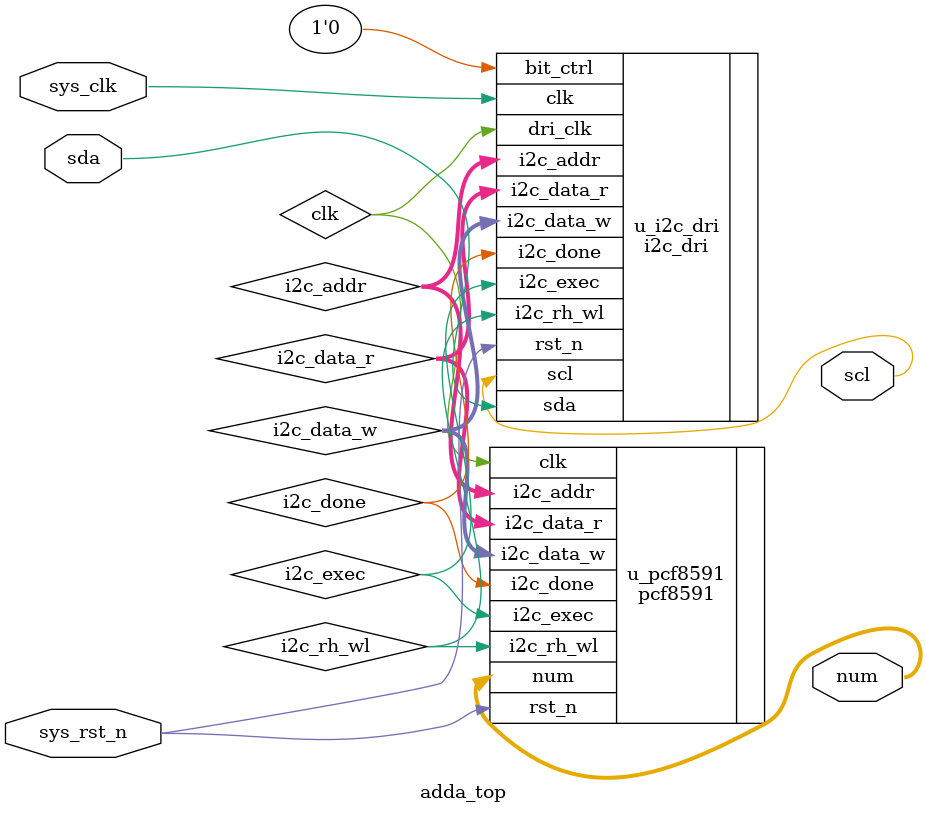
<source format=v>
module adda_top(
    
    input                sys_clk    ,    // 系统时钟
    input                sys_rst_n  ,    // 系统复位

    output               scl        ,    // i2c时钟线
    inout                sda        ,    // i2c数据线

	 output [19:0] num
);

//parameter define
parameter    SLAVE_ADDR =  7'h48        ; 
parameter    BIT_CTRL   =  1'b0         ; 
parameter    CLK_FREQ   = 26'd50_000_000; 
parameter    I2C_FREQ   = 18'd250_000   ; 
parameter    POINT      = 6'b00_1000    ; 
wire           clk       ;                // I2C操作时钟
wire           i2c_exec  ;                // i2c触发控制
wire   [15:0]  i2c_addr  ;                // i2c操作地址
wire   [ 7:0]  i2c_data_w;                // i2c写入的数据
wire           i2c_done  ;                // i2c操作结束标志
wire           i2c_rh_wl ;                // i2c读写控制
wire   [ 7:0]  i2c_data_r;                // i2c读出的数据
//wire    [19:0]  num       ;                // 电压的大小

//*****************************************************
//**                    main code
//*****************************************************

//例化AD/DA模块
pcf8591 u_pcf8591(
    //global clock
    .clk         (clk       ),            // 时钟信号
    .rst_n       (sys_rst_n ),            // 复位信号
    //i2c interface
    .i2c_exec    (i2c_exec  ),            // I2C触发执行信号
    .i2c_rh_wl   (i2c_rh_wl ),            // I2C读写控制信号
    .i2c_addr    (i2c_addr  ),            // I2C器件内地址
    .i2c_data_w  (i2c_data_w),            // I2C要写的数据
    .i2c_data_r  (i2c_data_r),            // I2C读出的数据
    .i2c_done    (i2c_done  ),            // I2C一次操作完成
    //user interface
    .num         (num       )             // 采集到的电压
);

//例化i2c_dri
i2c_dri #(
    .SLAVE_ADDR  (SLAVE_ADDR),            // slave address从机地址，放此处方便参数传递
    .CLK_FREQ    (CLK_FREQ  ),            // i2c_dri模块的驱动时钟频率(CLK_FREQ)
    .I2C_FREQ    (I2C_FREQ  )             // I2C的SCL时钟频率
) u_i2c_dri(
    //global clock
    .clk         (sys_clk   ),            // i2c_dri模块的驱动时钟(CLK_FREQ)
    .rst_n       (sys_rst_n ),            // 复位信号
    //i2c interface
    .i2c_exec    (i2c_exec  ),            // I2C触发执行信号
    .bit_ctrl    (BIT_CTRL  ),            // 器件地址位控制(16b/8b)
    .i2c_rh_wl   (i2c_rh_wl ),            // I2C读写控制信号
    .i2c_addr    (i2c_addr  ),            // I2C器件内地址
    .i2c_data_w  (i2c_data_w),            // I2C要写的数据
    .i2c_data_r  (i2c_data_r),            // I2C读出的数据
    .i2c_done    (i2c_done  ),            // I 2C一次操作完成
    .scl         (scl       ),            // I2C的SCL时钟信号
    .sda         (sda       ),            // I2C的SDA信号
    //user interface
    .dri_clk     (clk       )             // I2C操作时钟
);


endmodule
</source>
